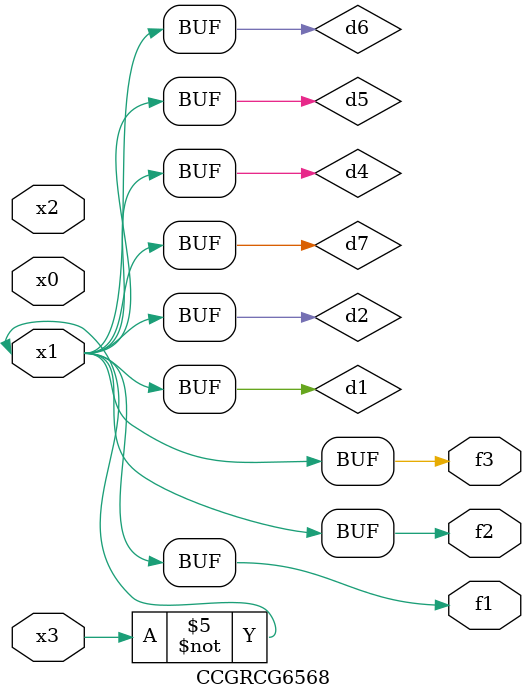
<source format=v>
module CCGRCG6568(
	input x0, x1, x2, x3,
	output f1, f2, f3
);

	wire d1, d2, d3, d4, d5, d6, d7;

	not (d1, x3);
	buf (d2, x1);
	xnor (d3, d1, d2);
	nor (d4, d1);
	buf (d5, d1, d2);
	buf (d6, d4, d5);
	nand (d7, d4);
	assign f1 = d6;
	assign f2 = d7;
	assign f3 = d6;
endmodule

</source>
